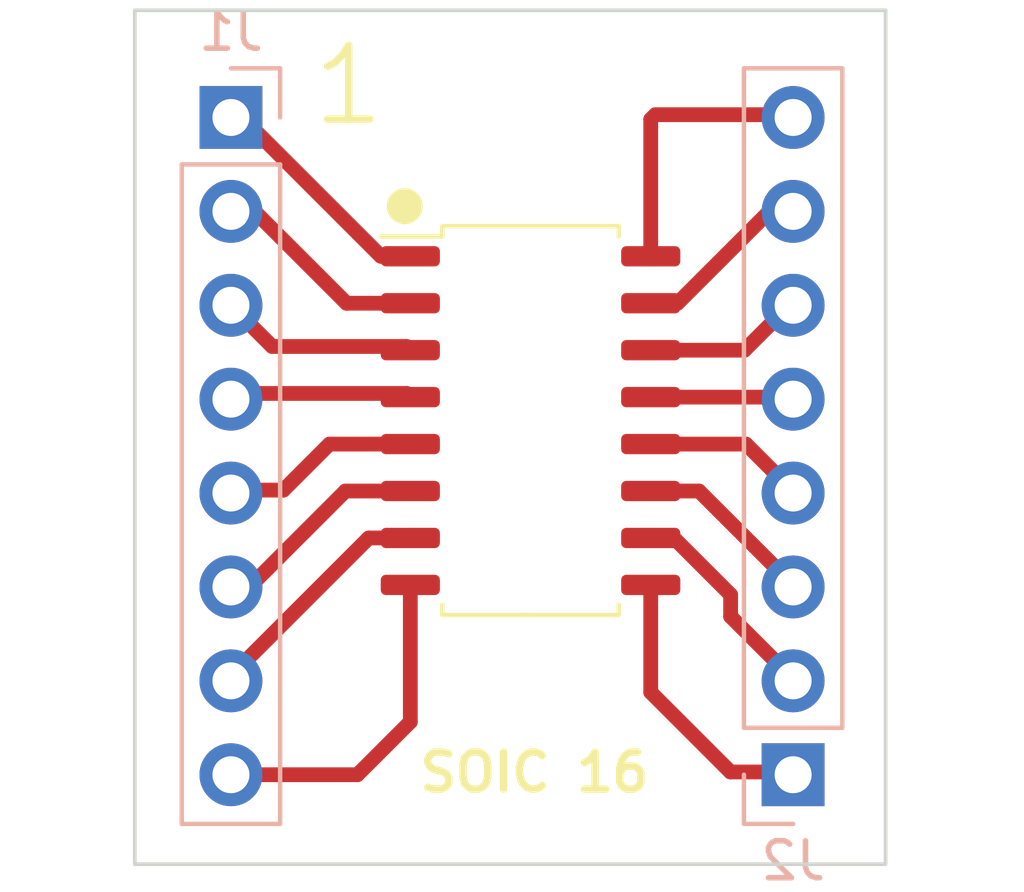
<source format=kicad_pcb>
(kicad_pcb (version 20221018) (generator pcbnew)
  (layers (0 "F.Cu" signal) (31 "B.Cu" signal) (34 "B.Paste" user) (35 "F.Paste" user) (36 "B.SilkS" user "B.Silkscreen") (37 "F.SilkS" user "F.Silkscreen") (38 "B.Mask" user) (39 "F.Mask" user) (44 "Edge.Cuts" user))
  (net 0 "")
  (net 1 "Net-(J1-Pin_1)")
  (net 2 "Net-(J1-Pin_2)")
  (net 3 "Net-(J1-Pin_3)")
  (net 4 "Net-(J1-Pin_4)")
  (net 5 "Net-(J1-Pin_5)")
  (net 6 "Net-(J1-Pin_6)")
  (net 7 "Net-(J1-Pin_7)")
  (net 8 "Net-(J1-Pin_8)")
  (net 9 "Net-(J2-Pin_1)")
  (net 10 "Net-(J2-Pin_2)")
  (net 11 "Net-(J2-Pin_3)")
  (net 12 "Net-(J2-Pin_4)")
  (net 13 "Net-(J2-Pin_5)")
  (net 14 "Net-(J2-Pin_6)")
  (net 15 "Net-(J2-Pin_7)")
  (net 16 "Net-(J2-Pin_8)")
  (footprint "Package_SO:SOIC-16_4.55x10.3mm_P1.27mm" (layer "F.Cu") (at 188.8 75)
    (fp_text reference "J3" hide)
    (fp_text value "Conn_01x16_Pin")
    (fp_line (start -2.385 -5.26) (end -2.385 -4.98) (stroke (width 0.12)) (layer "F.SilkS"))
    (fp_line (start -2.385 -4.98) (end -4.05 -4.98) (stroke (width 0.12)) (layer "F.SilkS"))
    (fp_line (start -2.385 5.26) (end -2.385 4.98) (stroke (width 0.12)) (layer "F.SilkS"))
    (fp_line (start 0 -5.26) (end -2.385 -5.26) (stroke (width 0.12)) (layer "F.SilkS"))
    (fp_line (start 0 -5.26) (end 2.385 -5.26) (stroke (width 0.12)) (layer "F.SilkS"))
    (fp_line (start 0 5.26) (end -2.385 5.26) (stroke (width 0.12)) (layer "F.SilkS"))
    (fp_line (start 0 5.26) (end 2.385 5.26) (stroke (width 0.12)) (layer "F.SilkS"))
    (fp_line (start 2.385 -5.26) (end 2.385 -4.98) (stroke (width 0.12)) (layer "F.SilkS"))
    (fp_line (start 2.385 5.26) (end 2.385 4.98) (stroke (width 0.12)) (layer "F.SilkS"))
    (pad "1" smd roundrect (at -3.25 -4.445) (size 1.6 0.55) (layers "F.Cu" "F.Paste" "F.Mask") (net 1 "Net-(J1-Pin_1)"))
    (pad "2" smd roundrect (at -3.25 -3.175) (size 1.6 0.55) (layers "F.Cu" "F.Paste" "F.Mask") (net 2 "Net-(J1-Pin_2)"))
    (pad "3" smd roundrect (at -3.25 -1.905) (size 1.6 0.55) (layers "F.Cu" "F.Paste" "F.Mask") (net 3 "Net-(J1-Pin_3)"))
    (pad "4" smd roundrect (at -3.25 -0.635) (size 1.6 0.55) (layers "F.Cu" "F.Paste" "F.Mask") (net 4 "Net-(J1-Pin_4)"))
    (pad "5" smd roundrect (at -3.25 0.635) (size 1.6 0.55) (layers "F.Cu" "F.Paste" "F.Mask") (net 5 "Net-(J1-Pin_5)"))
    (pad "6" smd roundrect (at -3.25 1.905) (size 1.6 0.55) (layers "F.Cu" "F.Paste" "F.Mask") (net 6 "Net-(J1-Pin_6)"))
    (pad "7" smd roundrect (at -3.25 3.175) (size 1.6 0.55) (layers "F.Cu" "F.Paste" "F.Mask") (net 7 "Net-(J1-Pin_7)"))
    (pad "8" smd roundrect (at -3.25 4.445) (size 1.6 0.55) (layers "F.Cu" "F.Paste" "F.Mask") (net 8 "Net-(J1-Pin_8)"))
    (pad "9" smd roundrect (at 3.25 4.445) (size 1.6 0.55) (layers "F.Cu" "F.Paste" "F.Mask") (net 9 "Net-(J2-Pin_1)"))
    (pad "10" smd roundrect (at 3.25 3.175) (size 1.6 0.55) (layers "F.Cu" "F.Paste" "F.Mask") (net 10 "Net-(J2-Pin_2)"))
    (pad "11" smd roundrect (at 3.25 1.905) (size 1.6 0.55) (layers "F.Cu" "F.Paste" "F.Mask") (net 11 "Net-(J2-Pin_3)"))
    (pad "12" smd roundrect (at 3.25 0.635) (size 1.6 0.55) (layers "F.Cu" "F.Paste" "F.Mask") (net 12 "Net-(J2-Pin_4)"))
    (pad "13" smd roundrect (at 3.25 -0.635) (size 1.6 0.55) (layers "F.Cu" "F.Paste" "F.Mask") (net 13 "Net-(J2-Pin_5)"))
    (pad "14" smd roundrect (at 3.25 -1.905) (size 1.6 0.55) (layers "F.Cu" "F.Paste" "F.Mask") (net 14 "Net-(J2-Pin_6)"))
    (pad "15" smd roundrect (at 3.25 -3.175) (size 1.6 0.55) (layers "F.Cu" "F.Paste" "F.Mask") (net 15 "Net-(J2-Pin_7)"))
    (pad "16" smd roundrect (at 3.25 -4.445) (size 1.6 0.55) (layers "F.Cu" "F.Paste" "F.Mask") (net 16 "Net-(J2-Pin_8)"))
  )
  (footprint "Connector_PinHeader_2.54mm:PinHeader_1x08_P2.54mm_Vertical" (layer "B.Cu") (at 180.7 66.8 180)
    (fp_text reference "J1" (at 0 2.33) (layer "B.SilkS") (effects (justify mirror)))
    (fp_text value "Conn_01x08_Pin")
    (fp_line (start -1.33 -19.11) (end 1.33 -19.11) (stroke (width 0.12)) (layer "B.SilkS"))
    (fp_line (start -1.33 -1.27) (end -1.33 -19.11) (stroke (width 0.12)) (layer "B.SilkS"))
    (fp_line (start -1.33 -1.27) (end 1.33 -1.27) (stroke (width 0.12)) (layer "B.SilkS"))
    (fp_line (start -1.33 0) (end -1.33 1.33) (stroke (width 0.12)) (layer "B.SilkS"))
    (fp_line (start -1.33 1.33) (end 0 1.33) (stroke (width 0.12)) (layer "B.SilkS"))
    (fp_line (start 1.33 -1.27) (end 1.33 -19.11) (stroke (width 0.12)) (layer "B.SilkS"))
    (pad "1" thru_hole rect (at 0 0 180) (size 1.7 1.7) (drill 1) (layers "*.Cu" "*.Mask") (net 1 "Net-(J1-Pin_1)"))
    (pad "2" thru_hole oval (at 0 -2.54 180) (size 1.7 1.7) (drill 1) (layers "*.Cu" "*.Mask") (net 2 "Net-(J1-Pin_2)"))
    (pad "3" thru_hole oval (at 0 -5.08 180) (size 1.7 1.7) (drill 1) (layers "*.Cu" "*.Mask") (net 3 "Net-(J1-Pin_3)"))
    (pad "4" thru_hole oval (at 0 -7.62 180) (size 1.7 1.7) (drill 1) (layers "*.Cu" "*.Mask") (net 4 "Net-(J1-Pin_4)"))
    (pad "5" thru_hole oval (at 0 -10.16 180) (size 1.7 1.7) (drill 1) (layers "*.Cu" "*.Mask") (net 5 "Net-(J1-Pin_5)"))
    (pad "6" thru_hole oval (at 0 -12.7 180) (size 1.7 1.7) (drill 1) (layers "*.Cu" "*.Mask") (net 6 "Net-(J1-Pin_6)"))
    (pad "7" thru_hole oval (at 0 -15.24 180) (size 1.7 1.7) (drill 1) (layers "*.Cu" "*.Mask") (net 7 "Net-(J1-Pin_7)"))
    (pad "8" thru_hole oval (at 0 -17.78 180) (size 1.7 1.7) (drill 1) (layers "*.Cu" "*.Mask") (net 8 "Net-(J1-Pin_8)"))
  )
  (footprint "Connector_PinHeader_2.54mm:PinHeader_1x08_P2.54mm_Vertical" (layer "B.Cu") (at 195.9 84.58)
    (fp_text reference "J2" (at 0 2.33) (layer "B.SilkS") (effects (justify mirror)))
    (fp_text value "Conn_01x08_Pin")
    (fp_line (start -1.33 -19.11) (end 1.33 -19.11) (stroke (width 0.12)) (layer "B.SilkS"))
    (fp_line (start -1.33 -1.27) (end -1.33 -19.11) (stroke (width 0.12)) (layer "B.SilkS"))
    (fp_line (start -1.33 -1.27) (end 1.33 -1.27) (stroke (width 0.12)) (layer "B.SilkS"))
    (fp_line (start -1.33 0) (end -1.33 1.33) (stroke (width 0.12)) (layer "B.SilkS"))
    (fp_line (start -1.33 1.33) (end 0 1.33) (stroke (width 0.12)) (layer "B.SilkS"))
    (fp_line (start 1.33 -1.27) (end 1.33 -19.11) (stroke (width 0.12)) (layer "B.SilkS"))
    (pad "1" thru_hole rect (at 0 0) (size 1.7 1.7) (drill 1) (layers "*.Cu" "*.Mask") (net 9 "Net-(J2-Pin_1)"))
    (pad "2" thru_hole oval (at 0 -2.54) (size 1.7 1.7) (drill 1) (layers "*.Cu" "*.Mask") (net 10 "Net-(J2-Pin_2)"))
    (pad "3" thru_hole oval (at 0 -5.08) (size 1.7 1.7) (drill 1) (layers "*.Cu" "*.Mask") (net 11 "Net-(J2-Pin_3)"))
    (pad "4" thru_hole oval (at 0 -7.62) (size 1.7 1.7) (drill 1) (layers "*.Cu" "*.Mask") (net 12 "Net-(J2-Pin_4)"))
    (pad "5" thru_hole oval (at 0 -10.16) (size 1.7 1.7) (drill 1) (layers "*.Cu" "*.Mask") (net 13 "Net-(J2-Pin_5)"))
    (pad "6" thru_hole oval (at 0 -12.7) (size 1.7 1.7) (drill 1) (layers "*.Cu" "*.Mask") (net 14 "Net-(J2-Pin_6)"))
    (pad "7" thru_hole oval (at 0 -15.24) (size 1.7 1.7) (drill 1) (layers "*.Cu" "*.Mask") (net 15 "Net-(J2-Pin_7)"))
    (pad "8" thru_hole oval (at 0 -17.78) (size 1.7 1.7) (drill 1) (layers "*.Cu" "*.Mask") (net 16 "Net-(J2-Pin_8)"))
  )
  (gr_circle (center 185.4 69.2) (end 185.812311 69.2) (stroke (width 0.15)) (fill solid) (layer "F.SilkS"))
  (gr_rect (start 178.1 63.9) (end 198.4 87) (stroke (width 0.1)) (fill none) (layer "Edge.Cuts"))
  (gr_text "SOIC 16" (at 185.7 85.1) (layer "F.SilkS") (effects (font (size 1 1) (thickness 0.2) bold) (justify left bottom)))
  (gr_text "1" (at 182.8 67.1) (layer "F.SilkS") (effects (font (size 2 2) (thickness 0.2)) (justify left bottom)))
  (segment (start 180.7 66.8) (end 181 66.8) (width 0.4) (layer "F.Cu") (net 1))
  (segment (start 184.755 70.555) (end 185.55 70.555) (width 0.4) (layer "F.Cu") (net 1))
  (segment (start 181 66.8) (end 184.755 70.555) (width 0.4) (layer "F.Cu") (net 1))
  (segment (start 183.825 71.825) (end 181.34 69.34) (width 0.4) (layer "F.Cu") (net 2))
  (segment (start 185.55 71.825) (end 183.825 71.825) (width 0.4) (layer "F.Cu") (net 2))
  (segment (start 181.34 69.34) (end 180.7 69.34) (width 0.4) (layer "F.Cu") (net 2))
  (segment (start 181.815 72.995) (end 185.45 72.995) (width 0.4) (layer "F.Cu") (net 3))
  (segment (start 180.7 71.88) (end 181.815 72.995) (width 0.4) (layer "F.Cu") (net 3))
  (segment (start 185.45 72.995) (end 185.55 73.095) (width 0.4) (layer "F.Cu") (net 3))
  (segment (start 185.45 74.265) (end 180.855 74.265) (width 0.4) (layer "F.Cu") (net 4))
  (segment (start 185.55 74.365) (end 185.45 74.265) (width 0.4) (layer "F.Cu") (net 4))
  (segment (start 180.855 74.265) (end 180.7 74.42) (width 0.4) (layer "F.Cu") (net 4))
  (segment (start 185.55 75.635) (end 183.365 75.635) (width 0.4) (layer "F.Cu") (net 5))
  (segment (start 180.78 76.88) (end 180.7 76.96) (width 0.4) (layer "F.Cu") (net 5))
  (segment (start 183.365 75.635) (end 182.12 76.88) (width 0.4) (layer "F.Cu") (net 5))
  (segment (start 182.12 76.88) (end 180.78 76.88) (width 0.4) (layer "F.Cu") (net 5))
  (segment (start 183.795 76.905) (end 185.55 76.905) (width 0.4) (layer "F.Cu") (net 6))
  (segment (start 181.2 79.5) (end 183.795 76.905) (width 0.4) (layer "F.Cu") (net 6))
  (segment (start 180.7 79.5) (end 181.2 79.5) (width 0.4) (layer "F.Cu") (net 6))
  (segment (start 184.425 78.175) (end 180.7 81.9) (width 0.4) (layer "F.Cu") (net 7))
  (segment (start 180.7 81.9) (end 180.7 82.04) (width 0.4) (layer "F.Cu") (net 7))
  (segment (start 185.55 78.175) (end 184.425 78.175) (width 0.4) (layer "F.Cu") (net 7))
  (segment (start 180.7 84.58) (end 184.12 84.58) (width 0.4) (layer "F.Cu") (net 8))
  (segment (start 184.12 84.58) (end 185.55 83.15) (width 0.4) (layer "F.Cu") (net 8))
  (segment (start 185.55 83.15) (end 185.55 79.445) (width 0.4) (layer "F.Cu") (net 8))
  (segment (start 194.205 84.505) (end 195.875 84.505) (width 0.4) (layer "F.Cu") (net 9))
  (segment (start 192.05 79.445) (end 192.05 82.35) (width 0.4) (layer "F.Cu") (net 9))
  (segment (start 192.05 82.35) (end 194.205 84.505) (width 0.4) (layer "F.Cu") (net 9))
  (segment (start 194.21 80.3) (end 195.875 81.965) (width 0.4) (layer "F.Cu") (net 10))
  (segment (start 192.675 78.175) (end 194.21 79.71) (width 0.4) (layer "F.Cu") (net 10))
  (segment (start 194.21 79.71) (end 194.21 80.3) (width 0.4) (layer "F.Cu") (net 10))
  (segment (start 192.05 78.175) (end 192.675 78.175) (width 0.4) (layer "F.Cu") (net 10))
  (segment (start 192.05 76.905) (end 193.355 76.905) (width 0.4) (layer "F.Cu") (net 11))
  (segment (start 193.355 76.905) (end 195.875 79.425) (width 0.4) (layer "F.Cu") (net 11))
  (segment (start 192.05 75.635) (end 194.625 75.635) (width 0.4) (layer "F.Cu") (net 12))
  (segment (start 194.625 75.635) (end 195.875 76.885) (width 0.4) (layer "F.Cu") (net 12))
  (segment (start 195.855 74.365) (end 195.875 74.345) (width 0.4) (layer "F.Cu") (net 13))
  (segment (start 192.05 74.365) (end 195.855 74.365) (width 0.4) (layer "F.Cu") (net 13))
  (segment (start 192.05 73.095) (end 194.585 73.095) (width 0.4) (layer "F.Cu") (net 14))
  (segment (start 194.585 73.095) (end 195.875 71.805) (width 0.4) (layer "F.Cu") (net 14))
  (segment (start 192.05 71.825) (end 192.775 71.825) (width 0.4) (layer "F.Cu") (net 15))
  (segment (start 195.335 69.265) (end 195.875 69.265) (width 0.4) (layer "F.Cu") (net 15))
  (segment (start 192.775 71.825) (end 195.335 69.265) (width 0.4) (layer "F.Cu") (net 15))
  (segment (start 192.05 70.555) (end 192.05 66.85) (width 0.4) (layer "F.Cu") (net 16))
  (segment (start 192.05 66.85) (end 192.175 66.725) (width 0.4) (layer "F.Cu") (net 16))
  (segment (start 192.175 66.725) (end 195.875 66.725) (width 0.4) (layer "F.Cu") (net 16))
)
</source>
